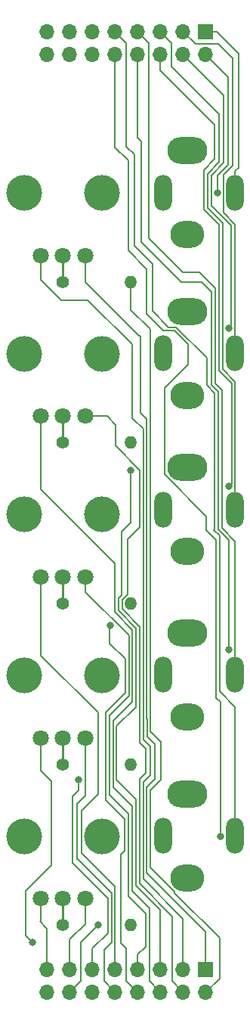
<source format=gtl>
%TF.GenerationSoftware,KiCad,Pcbnew,(6.0.1)*%
%TF.CreationDate,2022-10-08T14:45:24-04:00*%
%TF.ProjectId,SYNTH-CTLS-5-01,53594e54-482d-4435-944c-532d352d3031,1*%
%TF.SameCoordinates,Original*%
%TF.FileFunction,Copper,L1,Top*%
%TF.FilePolarity,Positive*%
%FSLAX46Y46*%
G04 Gerber Fmt 4.6, Leading zero omitted, Abs format (unit mm)*
G04 Created by KiCad (PCBNEW (6.0.1)) date 2022-10-08 14:45:24*
%MOMM*%
%LPD*%
G01*
G04 APERTURE LIST*
%TA.AperFunction,WasherPad*%
%ADD10C,4.000000*%
%TD*%
%TA.AperFunction,ComponentPad*%
%ADD11C,1.800000*%
%TD*%
%TA.AperFunction,ComponentPad*%
%ADD12C,1.400000*%
%TD*%
%TA.AperFunction,ComponentPad*%
%ADD13O,1.400000X1.400000*%
%TD*%
%TA.AperFunction,ComponentPad*%
%ADD14O,4.500000X3.000000*%
%TD*%
%TA.AperFunction,ComponentPad*%
%ADD15O,3.800000X3.000000*%
%TD*%
%TA.AperFunction,ComponentPad*%
%ADD16O,2.000000X4.000000*%
%TD*%
%TA.AperFunction,ComponentPad*%
%ADD17R,1.700000X1.700000*%
%TD*%
%TA.AperFunction,ComponentPad*%
%ADD18O,1.700000X1.700000*%
%TD*%
%TA.AperFunction,ViaPad*%
%ADD19C,0.800000*%
%TD*%
%TA.AperFunction,Conductor*%
%ADD20C,0.203200*%
%TD*%
%TA.AperFunction,Conductor*%
%ADD21C,0.250000*%
%TD*%
G04 APERTURE END LIST*
D10*
%TO.P,RV4,*%
%TO.N,*%
X109900000Y-82550000D03*
X101100000Y-82550000D03*
D11*
%TO.P,RV4,1,1*%
%TO.N,/POTCCW_4*%
X108000000Y-89550000D03*
%TO.P,RV4,2,2*%
%TO.N,Net-(R4-Pad1)*%
X105500000Y-89550000D03*
%TO.P,RV4,3,3*%
%TO.N,/POTCW_4*%
X103000000Y-89550000D03*
%TD*%
D12*
%TO.P,R4,1*%
%TO.N,Net-(R4-Pad1)*%
X105500000Y-92500000D03*
D13*
%TO.P,R4,2*%
%TO.N,/POTW_4*%
X113120000Y-92500000D03*
%TD*%
D10*
%TO.P,RV2,*%
%TO.N,*%
X101100000Y-46550000D03*
X109900000Y-46550000D03*
D11*
%TO.P,RV2,1,1*%
%TO.N,/POTCCW_2*%
X108000000Y-53550000D03*
%TO.P,RV2,2,2*%
%TO.N,Net-(R2-Pad1)*%
X105500000Y-53550000D03*
%TO.P,RV2,3,3*%
%TO.N,/POTCW_2*%
X103000000Y-53550000D03*
%TD*%
D10*
%TO.P,RV5,*%
%TO.N,*%
X101100000Y-100550000D03*
X109900000Y-100550000D03*
D11*
%TO.P,RV5,1,1*%
%TO.N,/POTCCW_5*%
X108000000Y-107550000D03*
%TO.P,RV5,2,2*%
%TO.N,Net-(R5-Pad1)*%
X105500000Y-107550000D03*
%TO.P,RV5,3,3*%
%TO.N,/POTCW_5*%
X103000000Y-107550000D03*
%TD*%
D14*
%TO.P,J5,S*%
%TO.N,GND*%
X119400000Y-77800000D03*
D15*
X119400000Y-87200000D03*
D16*
%TO.P,J5,T*%
%TO.N,/VI_4*%
X124800000Y-82500000D03*
%TO.P,J5,TN*%
%TO.N,/VI_4S*%
X116700000Y-82500000D03*
%TD*%
D14*
%TO.P,J6,S*%
%TO.N,GND*%
X119400000Y-95800000D03*
D15*
X119400000Y-105200000D03*
D16*
%TO.P,J6,T*%
%TO.N,/VI_5*%
X124800000Y-100500000D03*
%TO.P,J6,TN*%
%TO.N,/VI_5S*%
X116700000Y-100500000D03*
%TD*%
D12*
%TO.P,R5,1*%
%TO.N,Net-(R5-Pad1)*%
X105500000Y-110500000D03*
D13*
%TO.P,R5,2*%
%TO.N,/POTW_5*%
X113120000Y-110500000D03*
%TD*%
D14*
%TO.P,J2,S*%
%TO.N,GND*%
X119400000Y-23800000D03*
D15*
X119400000Y-33200000D03*
D16*
%TO.P,J2,T*%
%TO.N,/VI_1*%
X124800000Y-28500000D03*
%TO.P,J2,TN*%
%TO.N,/VI_1S*%
X116700000Y-28500000D03*
%TD*%
D17*
%TO.P,J10,1,Pin_1*%
%TO.N,/VI_1*%
X121500000Y-10500000D03*
D18*
%TO.P,J10,2,Pin_2*%
%TO.N,/VI_1S*%
X121500000Y-13040000D03*
%TO.P,J10,3,Pin_3*%
%TO.N,/VI_2*%
X118960000Y-10500000D03*
%TO.P,J10,4,Pin_4*%
%TO.N,/VI_2S*%
X118960000Y-13040000D03*
%TO.P,J10,5,Pin_5*%
%TO.N,/VI_3*%
X116420000Y-10500000D03*
%TO.P,J10,6,Pin_6*%
%TO.N,/VI_3S*%
X116420000Y-13040000D03*
%TO.P,J10,7,Pin_7*%
%TO.N,/VI_4*%
X113880000Y-10500000D03*
%TO.P,J10,8,Pin_8*%
%TO.N,/VI_4S*%
X113880000Y-13040000D03*
%TO.P,J10,9,Pin_9*%
%TO.N,/VI_5*%
X111340000Y-10500000D03*
%TO.P,J10,10,Pin_10*%
%TO.N,/VI_5S*%
X111340000Y-13040000D03*
%TO.P,J10,11,Pin_11*%
%TO.N,GND*%
X108800000Y-10500000D03*
%TO.P,J10,12,Pin_12*%
X108800000Y-13040000D03*
%TO.P,J10,13,Pin_13*%
X106260000Y-10500000D03*
%TO.P,J10,14,Pin_14*%
X106260000Y-13040000D03*
%TO.P,J10,15,Pin_15*%
X103720000Y-10500000D03*
%TO.P,J10,16,Pin_16*%
X103720000Y-13040000D03*
%TD*%
D12*
%TO.P,R3,1*%
%TO.N,Net-(R3-Pad1)*%
X105500000Y-74500000D03*
D13*
%TO.P,R3,2*%
%TO.N,/POTW_3*%
X113120000Y-74500000D03*
%TD*%
D17*
%TO.P,J11,1,Pin_1*%
%TO.N,/POTCCW_1*%
X121500000Y-115460000D03*
D18*
%TO.P,J11,2,Pin_2*%
%TO.N,/POTW_1*%
X121500000Y-118000000D03*
%TO.P,J11,3,Pin_3*%
%TO.N,/POTCW_1*%
X118960000Y-115460000D03*
%TO.P,J11,4,Pin_4*%
%TO.N,/POTCCW_2*%
X118960000Y-118000000D03*
%TO.P,J11,5,Pin_5*%
%TO.N,/POTW_2*%
X116420000Y-115460000D03*
%TO.P,J11,6,Pin_6*%
%TO.N,/POTCW_2*%
X116420000Y-118000000D03*
%TO.P,J11,7,Pin_7*%
%TO.N,/POTCCW_3*%
X113880000Y-115460000D03*
%TO.P,J11,8,Pin_8*%
%TO.N,/POTW_3*%
X113880000Y-118000000D03*
%TO.P,J11,9,Pin_9*%
%TO.N,/POTCW_3*%
X111340000Y-115460000D03*
%TO.P,J11,10,Pin_10*%
%TO.N,/POTCCW_4*%
X111340000Y-118000000D03*
%TO.P,J11,11,Pin_11*%
%TO.N,/POTW_4*%
X108800000Y-115460000D03*
%TO.P,J11,12,Pin_12*%
%TO.N,/POTCW_4*%
X108800000Y-118000000D03*
%TO.P,J11,13,Pin_13*%
%TO.N,/POTCCW_5*%
X106260000Y-115460000D03*
%TO.P,J11,14,Pin_14*%
%TO.N,/POTW_5*%
X106260000Y-118000000D03*
%TO.P,J11,15,Pin_15*%
%TO.N,/POTCW_5*%
X103720000Y-115460000D03*
%TO.P,J11,16,Pin_16*%
%TO.N,unconnected-(J11-Pad16)*%
X103720000Y-118000000D03*
%TD*%
D14*
%TO.P,J4,S*%
%TO.N,GND*%
X119400000Y-59300000D03*
D15*
X119400000Y-68700000D03*
D16*
%TO.P,J4,T*%
%TO.N,/VI_3*%
X124800000Y-64000000D03*
%TO.P,J4,TN*%
%TO.N,/VI_3S*%
X116700000Y-64000000D03*
%TD*%
D10*
%TO.P,RV1,*%
%TO.N,*%
X109900000Y-28550000D03*
X101100000Y-28550000D03*
D11*
%TO.P,RV1,1,1*%
%TO.N,/POTCCW_1*%
X108000000Y-35550000D03*
%TO.P,RV1,2,2*%
%TO.N,Net-(R1-Pad1)*%
X105500000Y-35550000D03*
%TO.P,RV1,3,3*%
%TO.N,/POTCW_1*%
X103000000Y-35550000D03*
%TD*%
D12*
%TO.P,R1,1*%
%TO.N,Net-(R1-Pad1)*%
X105500000Y-38500000D03*
D13*
%TO.P,R1,2*%
%TO.N,/POTW_1*%
X113120000Y-38500000D03*
%TD*%
D10*
%TO.P,RV3,*%
%TO.N,*%
X109900000Y-64550000D03*
X101100000Y-64550000D03*
D11*
%TO.P,RV3,1,1*%
%TO.N,/POTCCW_3*%
X108000000Y-71550000D03*
%TO.P,RV3,2,2*%
%TO.N,Net-(R3-Pad1)*%
X105500000Y-71550000D03*
%TO.P,RV3,3,3*%
%TO.N,/POTCW_3*%
X103000000Y-71550000D03*
%TD*%
D12*
%TO.P,R2,1*%
%TO.N,Net-(R2-Pad1)*%
X105500000Y-56500000D03*
D13*
%TO.P,R2,2*%
%TO.N,/POTW_2*%
X113120000Y-56500000D03*
%TD*%
D15*
%TO.P,J3,S*%
%TO.N,GND*%
X119400000Y-51200000D03*
D14*
X119400000Y-41800000D03*
D16*
%TO.P,J3,T*%
%TO.N,/VI_2*%
X124800000Y-46500000D03*
%TO.P,J3,TN*%
%TO.N,/VI_2S*%
X116700000Y-46500000D03*
%TD*%
D19*
%TO.N,/VI_1S*%
X122797780Y-28498800D03*
%TO.N,/VI_2S*%
X124098900Y-43713400D03*
%TO.N,/VI_3S*%
X124098900Y-61391800D03*
%TO.N,/VI_4S*%
X124098900Y-79654400D03*
%TO.N,/VI_5S*%
X123113800Y-100558600D03*
%TO.N,/POTW_2*%
X113080347Y-59563453D03*
%TO.N,/POTCW_4*%
X102057200Y-112395000D03*
%TO.N,/POTW_3*%
X110756247Y-76949753D03*
%TO.N,/POTW_4*%
X107238800Y-94208600D03*
%TO.N,/POTW_5*%
X109474000Y-110490000D03*
%TD*%
D20*
%TO.N,/VI_1*%
X125200700Y-12950700D02*
X122750000Y-10500000D01*
X124800000Y-26101400D02*
X125200700Y-25700700D01*
X124800000Y-28500000D02*
X124800000Y-26101400D01*
X122750000Y-10500000D02*
X121500000Y-10500000D01*
X125200700Y-25700700D02*
X125200700Y-12950700D01*
%TO.N,/VI_2*%
X123498880Y-26488120D02*
X124500000Y-25487000D01*
X123498880Y-30763480D02*
X123498880Y-26488120D01*
X122888889Y-11888889D02*
X120348889Y-11888889D01*
X120348889Y-11888889D02*
X118960000Y-10500000D01*
X124500000Y-25487000D02*
X124500000Y-13500000D01*
X124500000Y-13500000D02*
X122888889Y-11888889D01*
X124800000Y-46500000D02*
X124800000Y-32064600D01*
X124800000Y-32064600D02*
X123498880Y-30763480D01*
%TO.N,/VI_3*%
X124800000Y-64000000D02*
X124800000Y-49666800D01*
X117678200Y-14428200D02*
X117678200Y-11758200D01*
X121693949Y-30250269D02*
X121693949Y-26402719D01*
X123000000Y-19750000D02*
X117678200Y-14428200D01*
X117678200Y-11758200D02*
X116420000Y-10500000D01*
X124800000Y-49666800D02*
X123367800Y-48234600D01*
X121693949Y-26402719D02*
X123000000Y-25096668D01*
X123367800Y-48234600D02*
X123367800Y-31924120D01*
X123367800Y-31924120D02*
X121693949Y-30250269D01*
X123000000Y-25096668D02*
X123000000Y-19750000D01*
%TO.N,/VI_4*%
X120808680Y-37441320D02*
X122558680Y-39191320D01*
X122558680Y-39191320D02*
X122558680Y-49863880D01*
X124800000Y-67523000D02*
X124800000Y-82500000D01*
X118941320Y-37441320D02*
X120808680Y-37441320D01*
X123317000Y-50622200D02*
X123317000Y-66040000D01*
X115138200Y-11758200D02*
X115138200Y-33638200D01*
X122558680Y-49863880D02*
X123317000Y-50622200D01*
X115138200Y-33638200D02*
X118941320Y-37441320D01*
X123317000Y-66040000D02*
X124800000Y-67523000D01*
X113880000Y-10500000D02*
X115138200Y-11758200D01*
%TO.N,/VI_5*%
X123063000Y-66925064D02*
X123063000Y-84359200D01*
X112598200Y-11758200D02*
X112598200Y-23348200D01*
X121619136Y-50063400D02*
X122511560Y-50955824D01*
X113500000Y-24250000D02*
X113500000Y-34500000D01*
X111340000Y-10500000D02*
X112598200Y-11758200D01*
X113500000Y-34500000D02*
X115500000Y-36500000D01*
X118186200Y-43561000D02*
X121619136Y-46993936D01*
X122511560Y-50955824D02*
X122511560Y-66206504D01*
X112598200Y-23348200D02*
X113500000Y-24250000D01*
X122428000Y-66290064D02*
X123063000Y-66925064D01*
X117311000Y-43561000D02*
X118186200Y-43561000D01*
X124800000Y-86096200D02*
X124800000Y-100500000D01*
X121619136Y-46993936D02*
X121619136Y-50063400D01*
X115500000Y-36500000D02*
X115500000Y-41750000D01*
X122511560Y-66206504D02*
X122428000Y-66290064D01*
X115500000Y-41750000D02*
X117311000Y-43561000D01*
X123063000Y-84359200D02*
X124800000Y-86096200D01*
%TO.N,/VI_1S*%
X122797780Y-26619688D02*
X124000000Y-25417468D01*
X122797780Y-28498800D02*
X122797780Y-26619688D01*
X124000000Y-15540000D02*
X121500000Y-13040000D01*
X124000000Y-25417468D02*
X124000000Y-15540000D01*
%TO.N,/VI_2S*%
X124098900Y-43713400D02*
X124358400Y-43453900D01*
X124358400Y-32207200D02*
X122096669Y-29945469D01*
X124358400Y-43453900D02*
X124358400Y-32207200D01*
X122096669Y-26569531D02*
X123500000Y-25166200D01*
X123500000Y-17580000D02*
X118960000Y-13040000D01*
X123500000Y-25166200D02*
X123500000Y-17580000D01*
X122096669Y-29945469D02*
X122096669Y-26569531D01*
%TO.N,/VI_3S*%
X124397280Y-61093420D02*
X124397280Y-49833612D01*
X122961400Y-32087252D02*
X121291229Y-30417081D01*
X121291229Y-30417081D02*
X121291229Y-25958771D01*
X121291229Y-25958771D02*
X122500000Y-24750000D01*
X116420000Y-14830000D02*
X116420000Y-13040000D01*
X124098900Y-61391800D02*
X124397280Y-61093420D01*
X122500000Y-24750000D02*
X122500000Y-20910000D01*
X122500000Y-20910000D02*
X116420000Y-14830000D01*
X122961400Y-48397732D02*
X122961400Y-32087252D01*
X124397280Y-49833612D02*
X122961400Y-48397732D01*
%TO.N,/VI_4S*%
X122914280Y-66206812D02*
X124098900Y-67391432D01*
X113880000Y-13040000D02*
X113880000Y-22380000D01*
X124098900Y-67391432D02*
X124098900Y-79654400D01*
X114250000Y-34000000D02*
X118750000Y-38500000D01*
X118750000Y-38500000D02*
X121000000Y-38500000D01*
X114250000Y-22750000D02*
X114250000Y-34000000D01*
X122123200Y-49997932D02*
X122914280Y-50789012D01*
X113880000Y-22380000D02*
X114250000Y-22750000D01*
X122914280Y-50789012D02*
X122914280Y-66206812D01*
X122123200Y-39623200D02*
X122123200Y-49997932D01*
X121000000Y-38500000D02*
X122123200Y-39623200D01*
%TO.N,/VI_5S*%
X121564400Y-66294000D02*
X121564400Y-64761568D01*
X122660280Y-67389880D02*
X121564400Y-66294000D01*
X116713720Y-43963720D02*
X114858800Y-42108800D01*
X114858800Y-42108800D02*
X114858800Y-37058600D01*
X123113800Y-85521800D02*
X122660280Y-85068280D01*
X116848880Y-60046048D02*
X116848880Y-50410120D01*
X122660280Y-85068280D02*
X122660280Y-67389880D01*
X112801400Y-24892000D02*
X111340000Y-23430600D01*
X114858800Y-37058600D02*
X112801400Y-35001200D01*
X121564400Y-64761568D02*
X116848880Y-60046048D01*
X116848880Y-50410120D02*
X119507000Y-47752000D01*
X119507000Y-47752000D02*
X119507000Y-45451332D01*
X119507000Y-45451332D02*
X118019388Y-43963720D01*
X118019388Y-43963720D02*
X116713720Y-43963720D01*
X123113800Y-100558600D02*
X123113800Y-85521800D01*
X111340000Y-23430600D02*
X111340000Y-13040000D01*
X112801400Y-35001200D02*
X112801400Y-24892000D01*
%TO.N,/POTCCW_1*%
X121500000Y-111250000D02*
X121500000Y-115460000D01*
X114218434Y-53192674D02*
X114887880Y-53862120D01*
X114887880Y-87387880D02*
X114902720Y-87402720D01*
X114218434Y-44531566D02*
X114218434Y-53192674D01*
X115750000Y-90250000D02*
X115750000Y-94180468D01*
X114902720Y-89402720D02*
X115750000Y-90250000D01*
X114031566Y-44531566D02*
X114218434Y-44531566D01*
X114887880Y-53862120D02*
X114887880Y-87387880D01*
X114887880Y-95042588D02*
X114887880Y-104637880D01*
X114902720Y-87402720D02*
X114902720Y-89402720D01*
X108000000Y-38500000D02*
X114031566Y-44531566D01*
X115750000Y-94180468D02*
X114887880Y-95042588D01*
X114887880Y-104637880D02*
X121500000Y-111250000D01*
X108000000Y-35550000D02*
X108000000Y-38500000D01*
%TO.N,/POTCW_1*%
X115250000Y-93750000D02*
X114485160Y-94514840D01*
X113250000Y-45500000D02*
X113250000Y-53750000D01*
X114485160Y-87764840D02*
X114500000Y-87779680D01*
X114485160Y-89735160D02*
X115250000Y-90500000D01*
X108288400Y-40538400D02*
X113250000Y-45500000D01*
X114500000Y-87779680D02*
X114485160Y-87794520D01*
X115250000Y-90500000D02*
X115250000Y-93750000D01*
X114485160Y-105315160D02*
X118960000Y-109790000D01*
X114485160Y-94514840D02*
X114485160Y-105315160D01*
X113250000Y-53750000D02*
X114485160Y-54985160D01*
X114485160Y-54985160D02*
X114485160Y-87764840D01*
X105283000Y-40538400D02*
X108288400Y-40538400D01*
X114485160Y-87794520D02*
X114485160Y-89735160D01*
X103000000Y-38255400D02*
X105283000Y-40538400D01*
X118960000Y-109790000D02*
X118960000Y-115460000D01*
X103000000Y-35550000D02*
X103000000Y-38255400D01*
%TO.N,/POTCCW_2*%
X112115600Y-74066400D02*
X112716000Y-73466000D01*
X117729000Y-116769000D02*
X117729000Y-109521000D01*
X112115600Y-75133200D02*
X112115600Y-74066400D01*
X114082440Y-90082440D02*
X114082440Y-77100040D01*
X114750000Y-90750000D02*
X114082440Y-90082440D01*
X118960000Y-118000000D02*
X117729000Y-116769000D01*
X114082440Y-77100040D02*
X112115600Y-75133200D01*
X111353600Y-56845200D02*
X111353600Y-54483000D01*
X114082440Y-94167560D02*
X114750000Y-93500000D01*
X112716000Y-73466000D02*
X112716000Y-67284000D01*
X112716000Y-67284000D02*
X114082440Y-65917560D01*
X114082440Y-105874440D02*
X114082440Y-94167560D01*
X111353600Y-54483000D02*
X110420600Y-53550000D01*
X117729000Y-109521000D02*
X114082440Y-105874440D01*
X110420600Y-53550000D02*
X108000000Y-53550000D01*
X114082440Y-65917560D02*
X114082440Y-59574040D01*
X114082440Y-59574040D02*
X111353600Y-56845200D01*
X114750000Y-93500000D02*
X114750000Y-90750000D01*
%TO.N,/POTCW_2*%
X113233200Y-97233200D02*
X113233200Y-106656000D01*
X111106960Y-87643040D02*
X111106960Y-95106960D01*
X115163600Y-108586400D02*
X115163600Y-116743600D01*
X103000000Y-53550000D02*
X103000000Y-61750000D01*
X111281080Y-75437744D02*
X113277000Y-77433664D01*
X113233200Y-106656000D02*
X115163600Y-108586400D01*
X111281080Y-70031080D02*
X111281080Y-75437744D01*
X103000000Y-61750000D02*
X111281080Y-70031080D01*
X113277000Y-77433664D02*
X113277000Y-85473000D01*
X111106960Y-95106960D02*
X113233200Y-97233200D01*
X115163600Y-116743600D02*
X116420000Y-118000000D01*
X113277000Y-85473000D02*
X111106960Y-87643040D01*
%TO.N,/POTW_2*%
X113643280Y-96393280D02*
X111509680Y-94259680D01*
X112056234Y-73556234D02*
X112056234Y-66443766D01*
X113643280Y-106053280D02*
X113643280Y-96393280D01*
X113679720Y-77266852D02*
X111683800Y-75270932D01*
X116420000Y-115460000D02*
X116420000Y-108830000D01*
X111683800Y-75270932D02*
X111683800Y-73928668D01*
X116420000Y-108830000D02*
X113643280Y-106053280D01*
X111683800Y-73928668D02*
X112056234Y-73556234D01*
X113679720Y-86070280D02*
X113679720Y-77266852D01*
X113080347Y-65419653D02*
X113080347Y-59563453D01*
X111509680Y-94259680D02*
X111509680Y-88240320D01*
X111509680Y-88240320D02*
X113679720Y-86070280D01*
X112056234Y-66443766D02*
X113080347Y-65419653D01*
%TO.N,/POTW_1*%
X115290600Y-86209400D02*
X115305440Y-86224240D01*
X123034200Y-111965800D02*
X123034200Y-116465800D01*
X118001416Y-106748584D02*
X118001416Y-106933016D01*
X116500000Y-90000000D02*
X116500000Y-94250000D01*
X123034200Y-116465800D02*
X121500000Y-118000000D01*
X115305440Y-88805440D02*
X116500000Y-90000000D01*
X113120000Y-41620000D02*
X115290600Y-43790600D01*
X115290600Y-43790600D02*
X115290600Y-86209400D01*
X115290600Y-95459400D02*
X115290600Y-104037768D01*
X113120000Y-38500000D02*
X113120000Y-41620000D01*
X118001416Y-106933016D02*
X123034200Y-111965800D01*
X115290600Y-104037768D02*
X118001416Y-106748584D01*
X116500000Y-94250000D02*
X115290600Y-95459400D01*
X115305440Y-86224240D02*
X115305440Y-88805440D01*
%TO.N,/POTCCW_3*%
X108000000Y-73202000D02*
X108000000Y-71550000D01*
X112874280Y-84874280D02*
X112874280Y-78076280D01*
X112830480Y-98080480D02*
X110704240Y-95954240D01*
X113880000Y-115460000D02*
X113880000Y-113805600D01*
X110704240Y-87044320D02*
X112874280Y-84874280D01*
X114760880Y-109239120D02*
X112830480Y-107308720D01*
X114760880Y-112924720D02*
X114760880Y-109239120D01*
X112874280Y-78076280D02*
X108000000Y-73202000D01*
X113880000Y-113805600D02*
X114760880Y-112924720D01*
X110704240Y-95954240D02*
X110704240Y-87044320D01*
X112830480Y-107308720D02*
X112830480Y-98080480D01*
%TO.N,/POTCW_3*%
X103000000Y-80317800D02*
X109397800Y-86715600D01*
X109397800Y-95859600D02*
X107543600Y-97713800D01*
X111340000Y-106209200D02*
X111340000Y-115460000D01*
X107543600Y-97713800D02*
X107543600Y-102412800D01*
X103000000Y-71550000D02*
X103000000Y-80317800D01*
X109397800Y-86715600D02*
X109397800Y-95859600D01*
X107543600Y-102412800D02*
X111340000Y-106209200D01*
%TO.N,/POTCCW_4*%
X110937280Y-106951228D02*
X110937280Y-112455720D01*
X107061000Y-103098600D02*
X107111800Y-103149400D01*
X110937280Y-112455720D02*
X110169720Y-113223280D01*
X110083600Y-116743600D02*
X111340000Y-118000000D01*
X110083600Y-113223280D02*
X110083600Y-116743600D01*
X110169720Y-113223280D02*
X110083600Y-113223280D01*
X107135452Y-103149400D02*
X110937280Y-106951228D01*
X107061000Y-96977200D02*
X107061000Y-103098600D01*
X107111800Y-103149400D02*
X107135452Y-103149400D01*
X108000000Y-89550000D02*
X108000000Y-96038200D01*
X108000000Y-96038200D02*
X107061000Y-96977200D01*
%TO.N,/POTCW_4*%
X103000000Y-93195600D02*
X103000000Y-89550000D01*
X101320600Y-111658400D02*
X101320600Y-106654600D01*
X104216200Y-103759000D02*
X104216200Y-94411800D01*
X104216200Y-94411800D02*
X103000000Y-93195600D01*
X102057200Y-112395000D02*
X101320600Y-111658400D01*
X101320600Y-106654600D02*
X104216200Y-103759000D01*
%TO.N,/POTCCW_5*%
X106260000Y-115460000D02*
X106260000Y-112129200D01*
X108000000Y-107550000D02*
X108000000Y-110389200D01*
X106260000Y-112129200D02*
X108026200Y-110363000D01*
%TO.N,/POTCW_5*%
X102895400Y-110058200D02*
X103720000Y-110882800D01*
X103720000Y-115460000D02*
X103720000Y-110882800D01*
X103000000Y-107550000D02*
X103000000Y-110162800D01*
%TO.N,/POTW_3*%
X110750000Y-76956000D02*
X110750000Y-79000000D01*
X112000000Y-102605520D02*
X112427760Y-102177760D01*
X112427760Y-98677760D02*
X110286800Y-96536800D01*
X112427760Y-102177760D02*
X112427760Y-98677760D01*
X112598200Y-113098200D02*
X112000000Y-112500000D01*
X112598200Y-116718200D02*
X112598200Y-113098200D01*
X110756247Y-76949753D02*
X110750000Y-76956000D01*
X113880000Y-118000000D02*
X112598200Y-116718200D01*
X110750000Y-79000000D02*
X112471560Y-80721560D01*
X110286800Y-96536800D02*
X110286800Y-86713200D01*
X110286800Y-86713200D02*
X112471560Y-84528440D01*
X112471560Y-84528440D02*
X112471560Y-80721560D01*
X112000000Y-112500000D02*
X112000000Y-102605520D01*
%TO.N,/POTW_4*%
X110534560Y-111385240D02*
X108800000Y-113119800D01*
X107238800Y-95402400D02*
X106527600Y-96113600D01*
X108800000Y-113119800D02*
X108800000Y-115460000D01*
X106527600Y-96113600D02*
X106527600Y-103530400D01*
X107238800Y-94208600D02*
X107238800Y-95402400D01*
X106527600Y-103530400D02*
X110534560Y-107537360D01*
X110534560Y-107537360D02*
X110534560Y-111385240D01*
%TO.N,/POTW_5*%
X106260000Y-118000000D02*
X107492800Y-116767200D01*
X107492800Y-112471200D02*
X109474000Y-110490000D01*
X107492800Y-116767200D02*
X107492800Y-112471200D01*
D21*
%TO.N,Net-(R1-Pad1)*%
X105500000Y-35550000D02*
X105500000Y-38500000D01*
%TO.N,Net-(R2-Pad1)*%
X105500000Y-53550000D02*
X105500000Y-56500000D01*
%TO.N,Net-(R3-Pad1)*%
X105500000Y-71550000D02*
X105500000Y-74500000D01*
%TO.N,Net-(R4-Pad1)*%
X105500000Y-89550000D02*
X105500000Y-92500000D01*
%TO.N,Net-(R5-Pad1)*%
X105500000Y-107550000D02*
X105500000Y-110500000D01*
%TD*%
M02*

</source>
